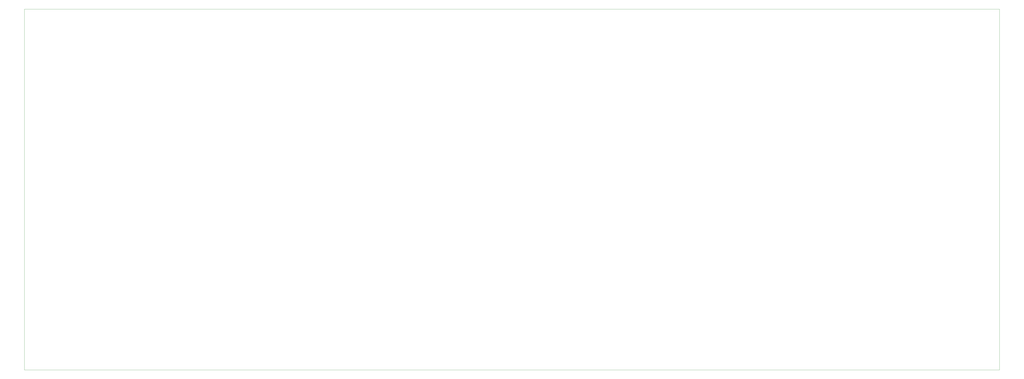
<source format=gbr>
%TF.GenerationSoftware,KiCad,Pcbnew,9.0.6-1.fc43*%
%TF.CreationDate,2025-12-24T21:45:29-06:00*%
%TF.ProjectId,full-keyboard,66756c6c-2d6b-4657-9962-6f6172642e6b,1*%
%TF.SameCoordinates,Original*%
%TF.FileFunction,Profile,NP*%
%FSLAX46Y46*%
G04 Gerber Fmt 4.6, Leading zero omitted, Abs format (unit mm)*
G04 Created by KiCad (PCBNEW 9.0.6-1.fc43) date 2025-12-24 21:45:29*
%MOMM*%
%LPD*%
G01*
G04 APERTURE LIST*
%TA.AperFunction,Profile*%
%ADD10C,0.050000*%
%TD*%
G04 APERTURE END LIST*
D10*
X34900000Y-27100000D02*
X468900000Y-27100000D01*
X468900000Y-188100000D01*
X34900000Y-188100000D01*
X34900000Y-27100000D01*
M02*

</source>
